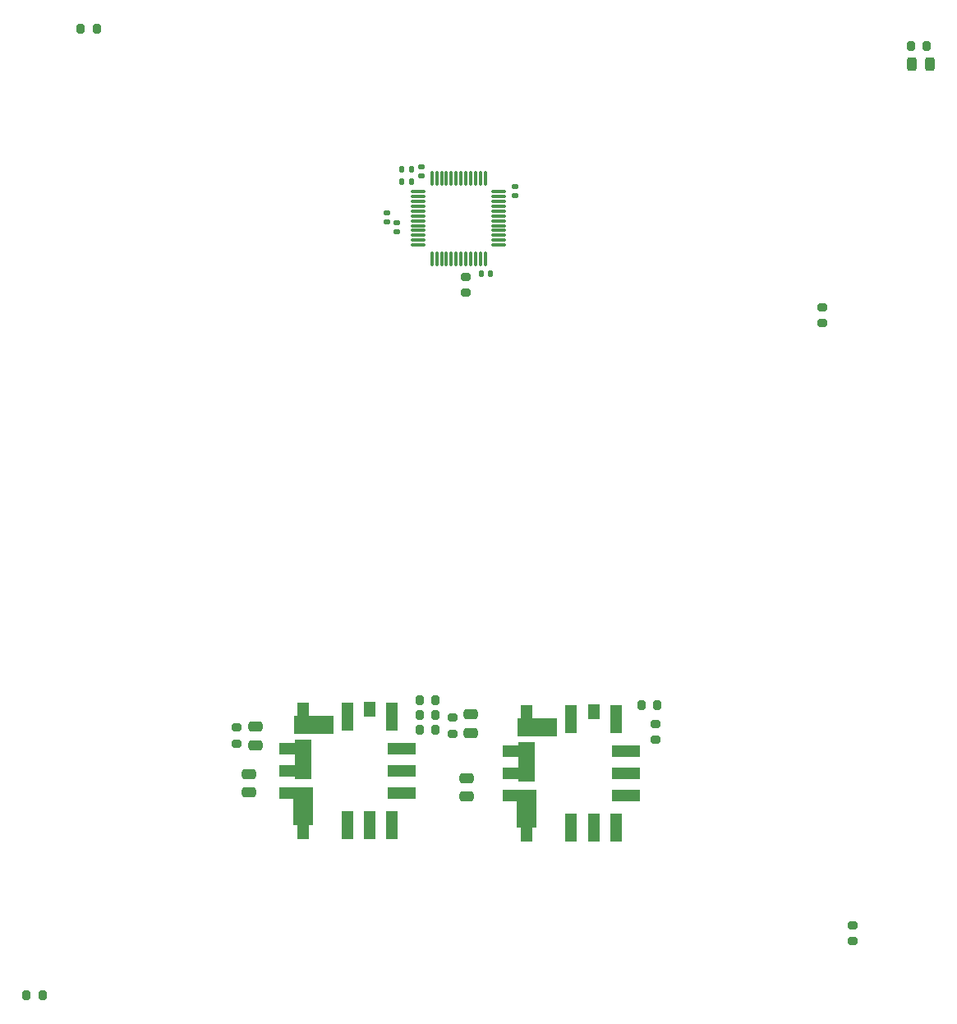
<source format=gbr>
%TF.GenerationSoftware,KiCad,Pcbnew,7.0.9*%
%TF.CreationDate,2024-12-19T20:14:40+09:00*%
%TF.ProjectId,04-PWR,30342d50-5752-42e6-9b69-6361645f7063,rev?*%
%TF.SameCoordinates,Original*%
%TF.FileFunction,Paste,Top*%
%TF.FilePolarity,Positive*%
%FSLAX46Y46*%
G04 Gerber Fmt 4.6, Leading zero omitted, Abs format (unit mm)*
G04 Created by KiCad (PCBNEW 7.0.9) date 2024-12-19 20:14:40*
%MOMM*%
%LPD*%
G01*
G04 APERTURE LIST*
G04 Aperture macros list*
%AMRoundRect*
0 Rectangle with rounded corners*
0 $1 Rounding radius*
0 $2 $3 $4 $5 $6 $7 $8 $9 X,Y pos of 4 corners*
0 Add a 4 corners polygon primitive as box body*
4,1,4,$2,$3,$4,$5,$6,$7,$8,$9,$2,$3,0*
0 Add four circle primitives for the rounded corners*
1,1,$1+$1,$2,$3*
1,1,$1+$1,$4,$5*
1,1,$1+$1,$6,$7*
1,1,$1+$1,$8,$9*
0 Add four rect primitives between the rounded corners*
20,1,$1+$1,$2,$3,$4,$5,0*
20,1,$1+$1,$4,$5,$6,$7,0*
20,1,$1+$1,$6,$7,$8,$9,0*
20,1,$1+$1,$8,$9,$2,$3,0*%
G04 Aperture macros list end*
%ADD10R,1.200000X3.000000*%
%ADD11R,2.000000X4.000000*%
%ADD12R,3.000000X1.200000*%
%ADD13R,1.770000X4.112100*%
%ADD14R,4.170000X1.862000*%
%ADD15R,1.200000X1.500000*%
%ADD16RoundRect,0.075000X-0.662500X-0.075000X0.662500X-0.075000X0.662500X0.075000X-0.662500X0.075000X0*%
%ADD17RoundRect,0.075000X-0.075000X-0.662500X0.075000X-0.662500X0.075000X0.662500X-0.075000X0.662500X0*%
%ADD18RoundRect,0.140000X0.140000X0.170000X-0.140000X0.170000X-0.140000X-0.170000X0.140000X-0.170000X0*%
%ADD19RoundRect,0.250000X0.475000X-0.250000X0.475000X0.250000X-0.475000X0.250000X-0.475000X-0.250000X0*%
%ADD20RoundRect,0.250000X-0.475000X0.250000X-0.475000X-0.250000X0.475000X-0.250000X0.475000X0.250000X0*%
%ADD21RoundRect,0.200000X-0.200000X-0.275000X0.200000X-0.275000X0.200000X0.275000X-0.200000X0.275000X0*%
%ADD22RoundRect,0.200000X0.200000X0.275000X-0.200000X0.275000X-0.200000X-0.275000X0.200000X-0.275000X0*%
%ADD23RoundRect,0.200000X0.275000X-0.200000X0.275000X0.200000X-0.275000X0.200000X-0.275000X-0.200000X0*%
%ADD24RoundRect,0.140000X-0.170000X0.140000X-0.170000X-0.140000X0.170000X-0.140000X0.170000X0.140000X0*%
%ADD25RoundRect,0.140000X0.170000X-0.140000X0.170000X0.140000X-0.170000X0.140000X-0.170000X-0.140000X0*%
%ADD26RoundRect,0.200000X-0.275000X0.200000X-0.275000X-0.200000X0.275000X-0.200000X0.275000X0.200000X0*%
%ADD27RoundRect,0.243750X-0.243750X-0.456250X0.243750X-0.456250X0.243750X0.456250X-0.243750X0.456250X0*%
%ADD28RoundRect,0.135000X0.135000X0.185000X-0.135000X0.185000X-0.135000X-0.185000X0.135000X-0.185000X0*%
G04 APERTURE END LIST*
D10*
%TO.C,U5*%
X111760000Y-132350000D03*
X107180000Y-132350000D03*
D11*
X107180000Y-130407600D03*
D12*
X106160000Y-129040000D03*
X106160000Y-126750000D03*
D13*
X107180000Y-125602650D03*
D12*
X106160000Y-124460000D03*
D14*
X108280200Y-122025600D03*
D10*
X107180000Y-121150000D03*
X111760000Y-121150000D03*
X116340000Y-121150000D03*
D12*
X117360000Y-126750000D03*
X117360000Y-129040000D03*
D10*
X116340000Y-132350000D03*
X114050000Y-132350000D03*
D15*
X114050000Y-120400000D03*
D12*
X117360000Y-124460000D03*
%TD*%
D16*
%TO.C,U1*%
X119027500Y-67100000D03*
X119027500Y-67600000D03*
X119027500Y-68100000D03*
X119027500Y-68600000D03*
X119027500Y-69100000D03*
X119027500Y-69600000D03*
X119027500Y-70100000D03*
X119027500Y-70600000D03*
X119027500Y-71100000D03*
X119027500Y-71600000D03*
X119027500Y-72100000D03*
X119027500Y-72600000D03*
D17*
X120440000Y-74012500D03*
X120940000Y-74012500D03*
X121440000Y-74012500D03*
X121940000Y-74012500D03*
X122440000Y-74012500D03*
X122940000Y-74012500D03*
X123440000Y-74012500D03*
X123940000Y-74012500D03*
X124440000Y-74012500D03*
X124940000Y-74012500D03*
X125440000Y-74012500D03*
X125940000Y-74012500D03*
D16*
X127352500Y-72600000D03*
X127352500Y-72100000D03*
X127352500Y-71600000D03*
X127352500Y-71100000D03*
X127352500Y-70600000D03*
X127352500Y-70100000D03*
X127352500Y-69600000D03*
X127352500Y-69100000D03*
X127352500Y-68600000D03*
X127352500Y-68100000D03*
X127352500Y-67600000D03*
X127352500Y-67100000D03*
D17*
X125940000Y-65687500D03*
X125440000Y-65687500D03*
X124940000Y-65687500D03*
X124440000Y-65687500D03*
X123940000Y-65687500D03*
X123440000Y-65687500D03*
X122940000Y-65687500D03*
X122440000Y-65687500D03*
X121940000Y-65687500D03*
X121440000Y-65687500D03*
X120940000Y-65687500D03*
X120440000Y-65687500D03*
%TD*%
D18*
%TO.C,C3*%
X126464000Y-75565000D03*
X125504000Y-75565000D03*
%TD*%
D19*
%TO.C,C8*%
X124015000Y-129410000D03*
X124015000Y-127510000D03*
%TD*%
D10*
%TO.C,U4*%
X134810000Y-132600000D03*
X130230000Y-132600000D03*
D11*
X130230000Y-130657600D03*
D12*
X129210000Y-129290000D03*
X129210000Y-127000000D03*
D13*
X130230000Y-125852650D03*
D12*
X129210000Y-124710000D03*
D14*
X131330200Y-122275600D03*
D10*
X130230000Y-121400000D03*
X134810000Y-121400000D03*
X139390000Y-121400000D03*
D12*
X140410000Y-127000000D03*
X140410000Y-129290000D03*
D10*
X139390000Y-132600000D03*
X137100000Y-132600000D03*
D15*
X137100000Y-120650000D03*
D12*
X140410000Y-124710000D03*
%TD*%
D20*
%TO.C,C11*%
X102235000Y-122240000D03*
X102235000Y-124140000D03*
%TD*%
D18*
%TO.C,C1*%
X118308000Y-66040000D03*
X117348000Y-66040000D03*
%TD*%
D21*
%TO.C,R9*%
X119190000Y-122555000D03*
X120840000Y-122555000D03*
%TD*%
D19*
%TO.C,C9*%
X101600000Y-128970000D03*
X101600000Y-127070000D03*
%TD*%
D22*
%TO.C,R5*%
X171450000Y-52070000D03*
X169800000Y-52070000D03*
%TD*%
D23*
%TO.C,R1*%
X123952000Y-77533000D03*
X123952000Y-75883000D03*
%TD*%
D21*
%TO.C,R4*%
X78677000Y-149860000D03*
X80327000Y-149860000D03*
%TD*%
D24*
%TO.C,C4*%
X129032000Y-66548000D03*
X129032000Y-67508000D03*
%TD*%
D21*
%TO.C,R7*%
X119190000Y-119507000D03*
X120840000Y-119507000D03*
%TD*%
D25*
%TO.C,C2*%
X115824000Y-70231000D03*
X115824000Y-69271000D03*
%TD*%
D26*
%TO.C,R12*%
X122555000Y-121285000D03*
X122555000Y-122935000D03*
%TD*%
D25*
%TO.C,C5*%
X119380000Y-65504000D03*
X119380000Y-64544000D03*
%TD*%
D27*
%TO.C,D1*%
X169877500Y-53975000D03*
X171752500Y-53975000D03*
%TD*%
D21*
%TO.C,R10*%
X142050000Y-120015000D03*
X143700000Y-120015000D03*
%TD*%
D26*
%TO.C,R13*%
X100330000Y-122302000D03*
X100330000Y-123952000D03*
%TD*%
D22*
%TO.C,R8*%
X120840000Y-121031000D03*
X119190000Y-121031000D03*
%TD*%
D25*
%TO.C,C6*%
X116840000Y-71247000D03*
X116840000Y-70287000D03*
%TD*%
D20*
%TO.C,C10*%
X124460000Y-120970000D03*
X124460000Y-122870000D03*
%TD*%
D21*
%TO.C,R3*%
X84265000Y-50292000D03*
X85915000Y-50292000D03*
%TD*%
D28*
%TO.C,C7*%
X118366000Y-64770000D03*
X117346000Y-64770000D03*
%TD*%
D26*
%TO.C,R2*%
X160655000Y-78995000D03*
X160655000Y-80645000D03*
%TD*%
D23*
%TO.C,R6*%
X163830000Y-144335000D03*
X163830000Y-142685000D03*
%TD*%
D26*
%TO.C,R11*%
X143510000Y-121920000D03*
X143510000Y-123570000D03*
%TD*%
M02*

</source>
